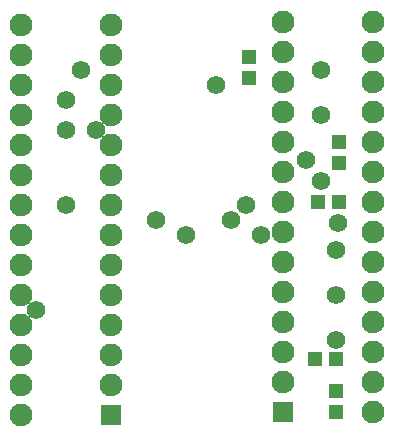
<source format=gbr>
G04 GERBER ASCII OUTPUT FROM: EDWINXP (VER. 1.61 REV. 20080915)*
G04 GERBER FORMAT: RX-274-X*
G04 BOARD: DSPIC_ADAPTER*
G04 ARTWORK OF COMP.MASK POSITIVE*
%ASAXBY*%
%FSLAX23Y23*%
%MIA0B0*%
%MOIN*%
%OFA0.0000B0.0000*%
%SFA1B1*%
%IJA0B0*%
%INLAYER1POS*%
%IOA0B0*%
%IPPOS*%
%IR0*%
G04 APERTURE MACROS*
%AMEDWDONUT*
1,1,$1,$2,$3*
1,0,$4,$2,$3*
%
%AMEDWFRECT*
20,1,$1,$2,$3,$4,$5,$6*
%
%AMEDWORECT*
20,1,$1,$2,$3,$4,$5,$10*
20,1,$1,$4,$5,$6,$7,$10*
20,1,$1,$6,$7,$8,$9,$10*
20,1,$1,$8,$9,$2,$3,$10*
1,1,$1,$2,$3*
1,1,$1,$4,$5*
1,1,$1,$6,$7*
1,1,$1,$8,$9*
%
%AMEDWLINER*
20,1,$1,$2,$3,$4,$5,$6*
1,1,$1,$2,$3*
1,1,$1,$4,$5*
%
%AMEDWFTRNG*
4,1,3,$1,$2,$3,$4,$5,$6,$7,$8,$9*
%
%AMEDWATRNG*
4,1,3,$1,$2,$3,$4,$5,$6,$7,$8,$9*
20,1,$11,$1,$2,$3,$4,$10*
20,1,$11,$3,$4,$5,$6,$10*
20,1,$11,$5,$6,$7,$8,$10*
1,1,$11,$3,$4*
1,1,$11,$5,$6*
1,1,$11,$7,$8*
%
%AMEDWOTRNG*
20,1,$1,$2,$3,$4,$5,$8*
20,1,$1,$4,$5,$6,$7,$8*
20,1,$1,$6,$7,$2,$3,$8*
1,1,$1,$2,$3*
1,1,$1,$4,$5*
1,1,$1,$6,$7*
%
G04*
G04 APERTURE LIST*
%ADD10R,0.0500X0.0460*%
%ADD11R,0.0740X0.0700*%
%ADD12R,0.0440X0.0400*%
%ADD13R,0.0680X0.0640*%
%ADD14R,0.0460X0.0500*%
%ADD15R,0.0700X0.0740*%
%ADD16R,0.0400X0.0440*%
%ADD17R,0.0640X0.0680*%
%ADD18R,0.0700X0.0700*%
%ADD19R,0.0940X0.0940*%
%ADD20R,0.0600X0.0600*%
%ADD21R,0.0840X0.0840*%
%ADD22C,0.0010*%
%ADD24C,0.00197*%
%ADD26C,0.0020*%
%ADD27R,0.0020X0.0020*%
%ADD28C,0.00204*%
%ADD29R,0.00204X0.00204*%
%ADD30C,0.00233*%
%ADD31R,0.00233X0.00233*%
%ADD32C,0.00289*%
%ADD33R,0.00289X0.00289*%
%ADD34C,0.0030*%
%ADD35R,0.0030X0.0030*%
%ADD36C,0.00369*%
%ADD37R,0.00369X0.00369*%
%ADD38C,0.0040*%
%ADD39R,0.0040X0.0040*%
%ADD40C,0.0050*%
%ADD41R,0.0050X0.0050*%
%ADD42C,0.00504*%
%ADD43R,0.00504X0.00504*%
%ADD44C,0.00512*%
%ADD45R,0.00512X0.00512*%
%ADD46C,0.00542*%
%ADD47R,0.00542X0.00542*%
%ADD48C,0.00627*%
%ADD49R,0.00627X0.00627*%
%ADD50C,0.00639*%
%ADD51R,0.00639X0.00639*%
%ADD52C,0.00711*%
%ADD53R,0.00711X0.00711*%
%ADD54C,0.00775*%
%ADD55R,0.00775X0.00775*%
%ADD56C,0.00787*%
%ADD57R,0.00787X0.00787*%
%ADD58C,0.00795*%
%ADD59R,0.00795X0.00795*%
%ADD60C,0.0080*%
%ADD62C,0.0088*%
%ADD63R,0.0088X0.0088*%
%ADD64C,0.00984*%
%ADD65R,0.00984X0.00984*%
%ADD66C,0.0100*%
%ADD67R,0.0100X0.0100*%
%ADD68C,0.01181*%
%ADD70C,0.01182*%
%ADD71R,0.01182X0.01182*%
%ADD72C,0.0120*%
%ADD74C,0.0120*%
%ADD76C,0.0130*%
%ADD78C,0.01351*%
%ADD79R,0.01351X0.01351*%
%ADD80C,0.01452*%
%ADD81R,0.01452X0.01452*%
%ADD82C,0.0149*%
%ADD83R,0.0149X0.0149*%
%ADD84C,0.0160*%
%ADD86C,0.01761*%
%ADD87R,0.01761X0.01761*%
%ADD88C,0.01773*%
%ADD89R,0.01773X0.01773*%
%ADD90C,0.01896*%
%ADD91R,0.01896X0.01896*%
%ADD92C,0.01969*%
%ADD93R,0.01969X0.01969*%
%ADD94C,0.0200*%
%ADD96C,0.02027*%
%ADD97R,0.02027X0.02027*%
%ADD98C,0.02196*%
%ADD99R,0.02196X0.02196*%
%ADD100C,0.0228*%
%ADD101R,0.0228X0.0228*%
%ADD102C,0.02302*%
%ADD103R,0.02302X0.02302*%
%ADD104C,0.02365*%
%ADD105R,0.02365X0.02365*%
%ADD106C,0.0240*%
%ADD108C,0.02438*%
%ADD109R,0.02438X0.02438*%
%ADD110C,0.02597*%
%ADD112C,0.02709*%
%ADD113R,0.02709X0.02709*%
%ADD114C,0.02844*%
%ADD115R,0.02844X0.02844*%
%ADD116C,0.02871*%
%ADD117R,0.02871X0.02871*%
%ADD118C,0.0290*%
%ADD120C,0.02912*%
%ADD121R,0.02912X0.02912*%
%ADD122C,0.0300*%
%ADD123R,0.0300X0.0300*%
%ADD124C,0.0304*%
%ADD125R,0.0304X0.0304*%
%ADD126C,0.0320*%
%ADD128C,0.0350*%
%ADD129R,0.0350X0.0350*%
%ADD130C,0.03547*%
%ADD131R,0.03547X0.03547*%
%ADD132C,0.03581*%
%ADD134C,0.03582*%
%ADD135R,0.03582X0.03582*%
%ADD136C,0.0370*%
%ADD138C,0.03751*%
%ADD139R,0.03751X0.03751*%
%ADD140C,0.0389*%
%ADD141R,0.0389X0.0389*%
%ADD142C,0.03937*%
%ADD143R,0.03937X0.03937*%
%ADD144C,0.0400*%
%ADD146C,0.04161*%
%ADD147R,0.04161X0.04161*%
%ADD148C,0.04173*%
%ADD149R,0.04173X0.04173*%
%ADD150C,0.04296*%
%ADD151R,0.04296X0.04296*%
%ADD152C,0.0440*%
%ADD154C,0.04427*%
%ADD155R,0.04427X0.04427*%
%ADD156C,0.04469*%
%ADD157R,0.04469X0.04469*%
%ADD158C,0.04596*%
%ADD159R,0.04596X0.04596*%
%ADD160C,0.0468*%
%ADD161R,0.0468X0.0468*%
%ADD162C,0.04702*%
%ADD163R,0.04702X0.04702*%
%ADD164C,0.04729*%
%ADD165R,0.04729X0.04729*%
%ADD166C,0.04765*%
%ADD167R,0.04765X0.04765*%
%ADD168C,0.04838*%
%ADD169R,0.04838X0.04838*%
%ADD170C,0.04898*%
%ADD171R,0.04898X0.04898*%
%ADD172C,0.0500*%
%ADD173R,0.0500X0.0500*%
%ADD174C,0.05011*%
%ADD175R,0.05011X0.05011*%
%ADD176C,0.05109*%
%ADD177R,0.05109X0.05109*%
%ADD178C,0.05236*%
%ADD179R,0.05236X0.05236*%
%ADD180C,0.05244*%
%ADD181R,0.05244X0.05244*%
%ADD182C,0.05271*%
%ADD183R,0.05271X0.05271*%
%ADD184C,0.05282*%
%ADD185R,0.05282X0.05282*%
%ADD186C,0.0544*%
%ADD187R,0.0544X0.0544*%
%ADD188C,0.0560*%
%ADD189R,0.0560X0.0560*%
%ADD190C,0.05906*%
%ADD191R,0.05906X0.05906*%
%ADD192C,0.05947*%
%ADD193R,0.05947X0.05947*%
%ADD194C,0.0600*%
%ADD195R,0.0600X0.0600*%
%ADD196C,0.0620*%
%ADD198C,0.06869*%
%ADD199R,0.06869X0.06869*%
%ADD200C,0.06906*%
%ADD201R,0.06906X0.06906*%
%ADD202C,0.06907*%
%ADD203R,0.06907X0.06907*%
%ADD204C,0.06925*%
%ADD205R,0.06925X0.06925*%
%ADD206C,0.0700*%
%ADD207R,0.0700X0.0700*%
%ADD208C,0.07129*%
%ADD209R,0.07129X0.07129*%
%ADD210C,0.07178*%
%ADD211R,0.07178X0.07178*%
%ADD212C,0.07298*%
%ADD213R,0.07298X0.07298*%
%ADD214C,0.07411*%
%ADD215R,0.07411X0.07411*%
%ADD216C,0.0760*%
%ADD218C,0.07636*%
%ADD219R,0.07636X0.07636*%
%ADD220C,0.07682*%
%ADD221R,0.07682X0.07682*%
%ADD222C,0.07769*%
%ADD223R,0.07769X0.07769*%
%ADD224C,0.0800*%
%ADD225R,0.0800X0.0800*%
%ADD226C,0.08107*%
%ADD227R,0.08107X0.08107*%
%ADD228C,0.08261*%
%ADD229R,0.08261X0.08261*%
%ADD230C,0.0860*%
%ADD232C,0.09307*%
%ADD233R,0.09307X0.09307*%
%ADD234C,0.09325*%
%ADD235R,0.09325X0.09325*%
%ADD236C,0.09578*%
%ADD237R,0.09578X0.09578*%
%ADD238C,0.1000*%
%ADD241R,0.10169X0.10169*%
%ADD243R,0.10507X0.10507*%
%ADD245R,0.10641X0.10641*%
%ADD247R,0.10661X0.10661*%
%ADD249R,0.13041X0.13041*%
%ADD250C,0.23041*%
%ADD251R,0.23041X0.23041*%
%ADD252C,0.33041*%
%ADD253R,0.33041X0.33041*%
%ADD254C,0.43041*%
%ADD255R,0.43041X0.43041*%
%ADD256C,0.53041*%
%ADD257R,0.53041X0.53041*%
%ADD258C,0.63041*%
%ADD259R,0.63041X0.63041*%
%ADD260C,0.73041*%
%ADD261R,0.73041X0.73041*%
%ADD262C,0.83041*%
%ADD263R,0.83041X0.83041*%
%ADD264C,0.93041*%
%ADD265R,0.93041X0.93041*%
%ADD266C,1.03041*%
%ADD267R,1.03041X1.03041*%
%ADD268C,1.13041*%
%ADD269R,1.13041X1.13041*%
%ADD270C,1.23041*%
%ADD271R,1.23041X1.23041*%
%ADD272C,1.33041*%
%ADD273R,1.33041X1.33041*%
%ADD274C,1.43041*%
%ADD275R,1.43041X1.43041*%
%ADD276C,1.53041*%
%ADD277R,1.53041X1.53041*%
%ADD278C,1.63041*%
%ADD279R,1.63041X1.63041*%
%ADD280C,1.73041*%
%ADD281R,1.73041X1.73041*%
%ADD282C,1.83041*%
%ADD283R,1.83041X1.83041*%
%ADD284C,1.93041*%
%ADD285R,1.93041X1.93041*%
G04*
D10* 
X1055Y775D02*D03*
X1125Y775D02*D03*
D14* 
X825Y1188D02*D03*
X825Y1258D02*D03*
D10* 
X1043Y250D02*D03*
X1113Y250D02*D03*
D14* 
X1125Y975D02*D03*
X1125Y905D02*D03*
X1113Y145D02*D03*
X1113Y75D02*D03*
D18* 
X938Y75D02*D03*
D216*
X938Y175D02*D03*
X938Y275D02*D03*
X938Y375D02*D03*
X938Y475D02*D03*
X938Y575D02*D03*
X938Y675D02*D03*
X938Y775D02*D03*
X938Y875D02*D03*
X938Y975D02*D03*
X938Y1075D02*D03*
X938Y1175D02*D03*
X938Y1275D02*D03*
X938Y1375D02*D03*
X1238Y1375D02*D03*
X1238Y1275D02*D03*
X1238Y1175D02*D03*
X1238Y1075D02*D03*
X1238Y975D02*D03*
X1238Y875D02*D03*
X1238Y775D02*D03*
X1238Y675D02*D03*
X1238Y575D02*D03*
X1238Y475D02*D03*
X1238Y375D02*D03*
X1238Y275D02*D03*
X1238Y175D02*D03*
X1238Y75D02*D03*
D18* 
X363Y63D02*D03*
D216*
X363Y163D02*D03*
X363Y263D02*D03*
X363Y363D02*D03*
X363Y463D02*D03*
X363Y563D02*D03*
X363Y663D02*D03*
X363Y763D02*D03*
X363Y863D02*D03*
X363Y963D02*D03*
X363Y1063D02*D03*
X363Y1163D02*D03*
X363Y1263D02*D03*
X363Y1363D02*D03*
X63Y1363D02*D03*
X63Y1263D02*D03*
X63Y1163D02*D03*
X63Y1063D02*D03*
X63Y963D02*D03*
X63Y863D02*D03*
X63Y763D02*D03*
X63Y663D02*D03*
X63Y563D02*D03*
X63Y463D02*D03*
X63Y363D02*D03*
X63Y263D02*D03*
X63Y163D02*D03*
X63Y63D02*D03*
D196*
X1113Y463D02*D03*
X1113Y613D02*D03*
X713Y1163D02*D03*
X1063Y1063D02*D03*
X1063Y1213D02*D03*
X263Y1213D02*D03*
X213Y1113D02*D03*
X113Y413D02*D03*
X213Y763D02*D03*
X763Y713D02*D03*
X513Y713D02*D03*
X213Y1013D02*D03*
X313Y1013D02*D03*
X1013Y913D02*D03*
X813Y763D02*D03*
X1064Y845D02*D03*
X1119Y705D02*D03*
X613Y663D02*D03*
X863Y663D02*D03*
X1113Y313D02*D03*
M02*

</source>
